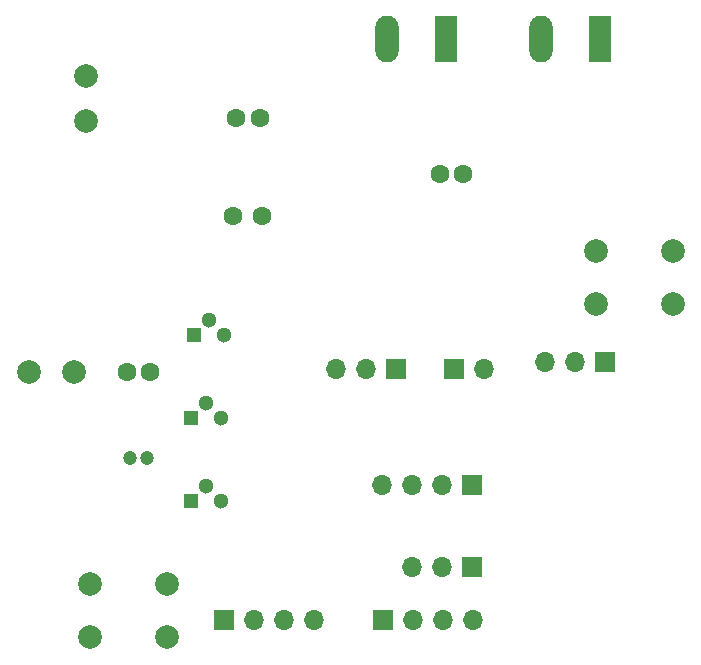
<source format=gbs>
%TF.GenerationSoftware,KiCad,Pcbnew,(6.0.9)*%
%TF.CreationDate,2023-05-01T22:34:01-06:00*%
%TF.ProjectId,WeatherStation,57656174-6865-4725-9374-6174696f6e2e,rev?*%
%TF.SameCoordinates,Original*%
%TF.FileFunction,Soldermask,Bot*%
%TF.FilePolarity,Negative*%
%FSLAX46Y46*%
G04 Gerber Fmt 4.6, Leading zero omitted, Abs format (unit mm)*
G04 Created by KiCad (PCBNEW (6.0.9)) date 2023-05-01 22:34:01*
%MOMM*%
%LPD*%
G01*
G04 APERTURE LIST*
%ADD10C,1.600000*%
%ADD11R,1.300000X1.300000*%
%ADD12C,1.300000*%
%ADD13C,1.200000*%
%ADD14R,1.700000X1.700000*%
%ADD15O,1.700000X1.700000*%
%ADD16C,2.000000*%
%ADD17R,1.980000X3.960000*%
%ADD18O,1.980000X3.960000*%
G04 APERTURE END LIST*
D10*
%TO.C,C14*%
X151250000Y-100000000D03*
X153750000Y-100000000D03*
%TD*%
D11*
%TO.C,Q2*%
X147730000Y-124110000D03*
D12*
X149000000Y-122840000D03*
X150270000Y-124110000D03*
%TD*%
D11*
%TO.C,Q3*%
X147980000Y-110110000D03*
D12*
X149250000Y-108840000D03*
X150520000Y-110110000D03*
%TD*%
D13*
%TO.C,C15*%
X142500000Y-120500000D03*
X144000000Y-120500000D03*
%TD*%
D14*
%TO.C,Air1*%
X171500000Y-129750000D03*
D15*
X168960000Y-129750000D03*
X166420000Y-129750000D03*
%TD*%
D16*
%TO.C,L1*%
X138799250Y-88200000D03*
X138799250Y-92010000D03*
%TD*%
D14*
%TO.C,UV1*%
X182775000Y-112350000D03*
D15*
X180235000Y-112350000D03*
X177695000Y-112350000D03*
%TD*%
D16*
%TO.C,Program1*%
X188500000Y-107500000D03*
X182000000Y-107500000D03*
X182000000Y-103000000D03*
X188500000Y-103000000D03*
%TD*%
%TO.C,L2*%
X137750000Y-113250000D03*
X133940000Y-113250000D03*
%TD*%
D10*
%TO.C,C13*%
X151500000Y-91750000D03*
X153500000Y-91750000D03*
%TD*%
%TO.C,C18*%
X142250000Y-113250000D03*
X144250000Y-113250000D03*
%TD*%
D11*
%TO.C,Q1*%
X147730000Y-117110000D03*
D12*
X149000000Y-115840000D03*
X150270000Y-117110000D03*
%TD*%
D17*
%TO.C,SolarIn1*%
X182365000Y-85050000D03*
D18*
X177365000Y-85050000D03*
%TD*%
D17*
%TO.C,Bat1*%
X169300000Y-85050000D03*
D18*
X164300000Y-85050000D03*
%TD*%
D14*
%TO.C,Ultra1*%
X171500000Y-122750000D03*
D15*
X168960000Y-122750000D03*
X166420000Y-122750000D03*
X163880000Y-122750000D03*
%TD*%
D14*
%TO.C,Wind_Sen1*%
X165025000Y-113000000D03*
D15*
X162485000Y-113000000D03*
X159945000Y-113000000D03*
%TD*%
D16*
%TO.C,Rst1*%
X139130000Y-135690000D03*
X145630000Y-135690000D03*
X139130000Y-131190000D03*
X145630000Y-131190000D03*
%TD*%
D14*
%TO.C,JTAG1*%
X163950000Y-134250000D03*
D15*
X166490000Y-134250000D03*
X169030000Y-134250000D03*
X171570000Y-134250000D03*
%TD*%
D14*
%TO.C,UART1*%
X150500000Y-134250000D03*
D15*
X153040000Y-134250000D03*
X155580000Y-134250000D03*
X158120000Y-134250000D03*
%TD*%
D14*
%TO.C,Rain1*%
X169975000Y-113000000D03*
D15*
X172515000Y-113000000D03*
%TD*%
D10*
%TO.C,C9*%
X168750000Y-96500000D03*
X170750000Y-96500000D03*
%TD*%
M02*

</source>
